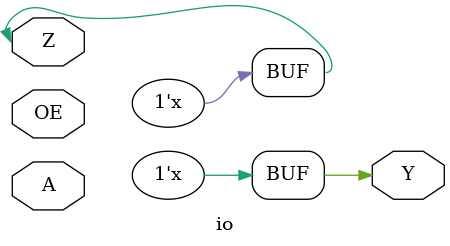
<source format=v>

module top (input A, input B, input SEL, output Y1, output Y2, output Z);
   io   io1(.A(A), .OE( SEL), .Z(Z), .Y(Y1));
   pass io2(.A(B), .OE(!SEL), .Z(Z), .Y(Y2));
   assign Z = 1'bz;
endmodule

module pass (input A, input OE, inout Z, output Y);
   io io(.A(A), .OE(OE), .Z(Z), .Y(Y));
   assign Z = 1'bz;
endmodule

module io (input A, input OE, inout Z, output Y);
   assign Z = (OE) ? A : 1'bz;
   assign Y = Z;
   assign Z = 1'bz;
endmodule

</source>
